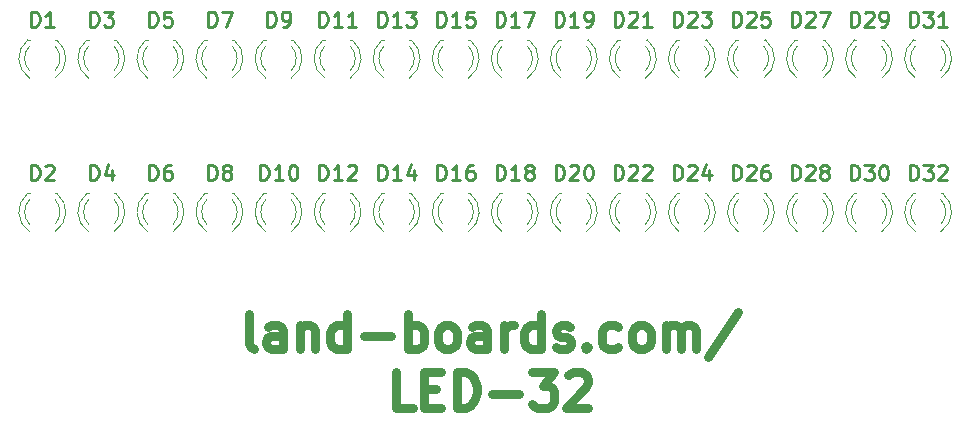
<source format=gto>
G04 #@! TF.FileFunction,Legend,Top*
%FSLAX46Y46*%
G04 Gerber Fmt 4.6, Leading zero omitted, Abs format (unit mm)*
G04 Created by KiCad (PCBNEW (after 2015-mar-04 BZR unknown)-product) date 5/25/2017 2:16:54 PM*
%MOMM*%
G01*
G04 APERTURE LIST*
%ADD10C,0.150000*%
%ADD11C,0.750000*%
%ADD12C,0.120000*%
%ADD13C,0.254000*%
G04 APERTURE END LIST*
D10*
D11*
X84928570Y-64882143D02*
X84642856Y-64739286D01*
X84499999Y-64453571D01*
X84499999Y-61882143D01*
X87357142Y-64882143D02*
X87357142Y-63310714D01*
X87214285Y-63025000D01*
X86928571Y-62882143D01*
X86357142Y-62882143D01*
X86071428Y-63025000D01*
X87357142Y-64739286D02*
X87071428Y-64882143D01*
X86357142Y-64882143D01*
X86071428Y-64739286D01*
X85928571Y-64453571D01*
X85928571Y-64167857D01*
X86071428Y-63882143D01*
X86357142Y-63739286D01*
X87071428Y-63739286D01*
X87357142Y-63596429D01*
X88785714Y-62882143D02*
X88785714Y-64882143D01*
X88785714Y-63167857D02*
X88928571Y-63025000D01*
X89214285Y-62882143D01*
X89642857Y-62882143D01*
X89928571Y-63025000D01*
X90071428Y-63310714D01*
X90071428Y-64882143D01*
X92785714Y-64882143D02*
X92785714Y-61882143D01*
X92785714Y-64739286D02*
X92500000Y-64882143D01*
X91928571Y-64882143D01*
X91642857Y-64739286D01*
X91500000Y-64596429D01*
X91357143Y-64310714D01*
X91357143Y-63453571D01*
X91500000Y-63167857D01*
X91642857Y-63025000D01*
X91928571Y-62882143D01*
X92500000Y-62882143D01*
X92785714Y-63025000D01*
X94214286Y-63739286D02*
X96500000Y-63739286D01*
X97928572Y-64882143D02*
X97928572Y-61882143D01*
X97928572Y-63025000D02*
X98214286Y-62882143D01*
X98785715Y-62882143D01*
X99071429Y-63025000D01*
X99214286Y-63167857D01*
X99357143Y-63453571D01*
X99357143Y-64310714D01*
X99214286Y-64596429D01*
X99071429Y-64739286D01*
X98785715Y-64882143D01*
X98214286Y-64882143D01*
X97928572Y-64739286D01*
X101071429Y-64882143D02*
X100785715Y-64739286D01*
X100642858Y-64596429D01*
X100500001Y-64310714D01*
X100500001Y-63453571D01*
X100642858Y-63167857D01*
X100785715Y-63025000D01*
X101071429Y-62882143D01*
X101500001Y-62882143D01*
X101785715Y-63025000D01*
X101928572Y-63167857D01*
X102071429Y-63453571D01*
X102071429Y-64310714D01*
X101928572Y-64596429D01*
X101785715Y-64739286D01*
X101500001Y-64882143D01*
X101071429Y-64882143D01*
X104642858Y-64882143D02*
X104642858Y-63310714D01*
X104500001Y-63025000D01*
X104214287Y-62882143D01*
X103642858Y-62882143D01*
X103357144Y-63025000D01*
X104642858Y-64739286D02*
X104357144Y-64882143D01*
X103642858Y-64882143D01*
X103357144Y-64739286D01*
X103214287Y-64453571D01*
X103214287Y-64167857D01*
X103357144Y-63882143D01*
X103642858Y-63739286D01*
X104357144Y-63739286D01*
X104642858Y-63596429D01*
X106071430Y-64882143D02*
X106071430Y-62882143D01*
X106071430Y-63453571D02*
X106214287Y-63167857D01*
X106357144Y-63025000D01*
X106642858Y-62882143D01*
X106928573Y-62882143D01*
X109214287Y-64882143D02*
X109214287Y-61882143D01*
X109214287Y-64739286D02*
X108928573Y-64882143D01*
X108357144Y-64882143D01*
X108071430Y-64739286D01*
X107928573Y-64596429D01*
X107785716Y-64310714D01*
X107785716Y-63453571D01*
X107928573Y-63167857D01*
X108071430Y-63025000D01*
X108357144Y-62882143D01*
X108928573Y-62882143D01*
X109214287Y-63025000D01*
X110500002Y-64739286D02*
X110785716Y-64882143D01*
X111357144Y-64882143D01*
X111642859Y-64739286D01*
X111785716Y-64453571D01*
X111785716Y-64310714D01*
X111642859Y-64025000D01*
X111357144Y-63882143D01*
X110928573Y-63882143D01*
X110642859Y-63739286D01*
X110500002Y-63453571D01*
X110500002Y-63310714D01*
X110642859Y-63025000D01*
X110928573Y-62882143D01*
X111357144Y-62882143D01*
X111642859Y-63025000D01*
X113071430Y-64596429D02*
X113214287Y-64739286D01*
X113071430Y-64882143D01*
X112928573Y-64739286D01*
X113071430Y-64596429D01*
X113071430Y-64882143D01*
X115785715Y-64739286D02*
X115500001Y-64882143D01*
X114928572Y-64882143D01*
X114642858Y-64739286D01*
X114500001Y-64596429D01*
X114357144Y-64310714D01*
X114357144Y-63453571D01*
X114500001Y-63167857D01*
X114642858Y-63025000D01*
X114928572Y-62882143D01*
X115500001Y-62882143D01*
X115785715Y-63025000D01*
X117500001Y-64882143D02*
X117214287Y-64739286D01*
X117071430Y-64596429D01*
X116928573Y-64310714D01*
X116928573Y-63453571D01*
X117071430Y-63167857D01*
X117214287Y-63025000D01*
X117500001Y-62882143D01*
X117928573Y-62882143D01*
X118214287Y-63025000D01*
X118357144Y-63167857D01*
X118500001Y-63453571D01*
X118500001Y-64310714D01*
X118357144Y-64596429D01*
X118214287Y-64739286D01*
X117928573Y-64882143D01*
X117500001Y-64882143D01*
X119785716Y-64882143D02*
X119785716Y-62882143D01*
X119785716Y-63167857D02*
X119928573Y-63025000D01*
X120214287Y-62882143D01*
X120642859Y-62882143D01*
X120928573Y-63025000D01*
X121071430Y-63310714D01*
X121071430Y-64882143D01*
X121071430Y-63310714D02*
X121214287Y-63025000D01*
X121500001Y-62882143D01*
X121928573Y-62882143D01*
X122214287Y-63025000D01*
X122357144Y-63310714D01*
X122357144Y-64882143D01*
X125928573Y-61739286D02*
X123357144Y-65596429D01*
X98357143Y-69832143D02*
X96928572Y-69832143D01*
X96928572Y-66832143D01*
X99357143Y-68260714D02*
X100357143Y-68260714D01*
X100785714Y-69832143D02*
X99357143Y-69832143D01*
X99357143Y-66832143D01*
X100785714Y-66832143D01*
X102071429Y-69832143D02*
X102071429Y-66832143D01*
X102785714Y-66832143D01*
X103214286Y-66975000D01*
X103500000Y-67260714D01*
X103642857Y-67546429D01*
X103785714Y-68117857D01*
X103785714Y-68546429D01*
X103642857Y-69117857D01*
X103500000Y-69403571D01*
X103214286Y-69689286D01*
X102785714Y-69832143D01*
X102071429Y-69832143D01*
X105071429Y-68689286D02*
X107357143Y-68689286D01*
X108500000Y-66832143D02*
X110357143Y-66832143D01*
X109357143Y-67975000D01*
X109785715Y-67975000D01*
X110071429Y-68117857D01*
X110214286Y-68260714D01*
X110357143Y-68546429D01*
X110357143Y-69260714D01*
X110214286Y-69546429D01*
X110071429Y-69689286D01*
X109785715Y-69832143D01*
X108928572Y-69832143D01*
X108642858Y-69689286D01*
X108500000Y-69546429D01*
X111500001Y-67117857D02*
X111642858Y-66975000D01*
X111928572Y-66832143D01*
X112642858Y-66832143D01*
X112928572Y-66975000D01*
X113071429Y-67117857D01*
X113214286Y-67403571D01*
X113214286Y-67689286D01*
X113071429Y-68117857D01*
X111357143Y-69832143D01*
X113214286Y-69832143D01*
D12*
X108078608Y-41942335D02*
G75*
G03X108235516Y-38710000I-1078608J1672335D01*
G01*
X105921392Y-41942335D02*
G75*
G02X105764484Y-38710000I1078608J1672335D01*
G01*
X108079837Y-41311130D02*
G75*
G03X108080000Y-39229039I-1079837J1041130D01*
G01*
X105920163Y-41311130D02*
G75*
G02X105920000Y-39229039I1079837J1041130D01*
G01*
X108236000Y-38710000D02*
X108080000Y-38710000D01*
X105920000Y-38710000D02*
X105764000Y-38710000D01*
X108078608Y-54942335D02*
G75*
G03X108235516Y-51710000I-1078608J1672335D01*
G01*
X105921392Y-54942335D02*
G75*
G02X105764484Y-51710000I1078608J1672335D01*
G01*
X108079837Y-54311130D02*
G75*
G03X108080000Y-52229039I-1079837J1041130D01*
G01*
X105920163Y-54311130D02*
G75*
G02X105920000Y-52229039I1079837J1041130D01*
G01*
X108236000Y-51710000D02*
X108080000Y-51710000D01*
X105920000Y-51710000D02*
X105764000Y-51710000D01*
X113078608Y-41942335D02*
G75*
G03X113235516Y-38710000I-1078608J1672335D01*
G01*
X110921392Y-41942335D02*
G75*
G02X110764484Y-38710000I1078608J1672335D01*
G01*
X113079837Y-41311130D02*
G75*
G03X113080000Y-39229039I-1079837J1041130D01*
G01*
X110920163Y-41311130D02*
G75*
G02X110920000Y-39229039I1079837J1041130D01*
G01*
X113236000Y-38710000D02*
X113080000Y-38710000D01*
X110920000Y-38710000D02*
X110764000Y-38710000D01*
X113078608Y-54942335D02*
G75*
G03X113235516Y-51710000I-1078608J1672335D01*
G01*
X110921392Y-54942335D02*
G75*
G02X110764484Y-51710000I1078608J1672335D01*
G01*
X113079837Y-54311130D02*
G75*
G03X113080000Y-52229039I-1079837J1041130D01*
G01*
X110920163Y-54311130D02*
G75*
G02X110920000Y-52229039I1079837J1041130D01*
G01*
X113236000Y-51710000D02*
X113080000Y-51710000D01*
X110920000Y-51710000D02*
X110764000Y-51710000D01*
X118078608Y-41942335D02*
G75*
G03X118235516Y-38710000I-1078608J1672335D01*
G01*
X115921392Y-41942335D02*
G75*
G02X115764484Y-38710000I1078608J1672335D01*
G01*
X118079837Y-41311130D02*
G75*
G03X118080000Y-39229039I-1079837J1041130D01*
G01*
X115920163Y-41311130D02*
G75*
G02X115920000Y-39229039I1079837J1041130D01*
G01*
X118236000Y-38710000D02*
X118080000Y-38710000D01*
X115920000Y-38710000D02*
X115764000Y-38710000D01*
X118078608Y-54942335D02*
G75*
G03X118235516Y-51710000I-1078608J1672335D01*
G01*
X115921392Y-54942335D02*
G75*
G02X115764484Y-51710000I1078608J1672335D01*
G01*
X118079837Y-54311130D02*
G75*
G03X118080000Y-52229039I-1079837J1041130D01*
G01*
X115920163Y-54311130D02*
G75*
G02X115920000Y-52229039I1079837J1041130D01*
G01*
X118236000Y-51710000D02*
X118080000Y-51710000D01*
X115920000Y-51710000D02*
X115764000Y-51710000D01*
X123078608Y-41942335D02*
G75*
G03X123235516Y-38710000I-1078608J1672335D01*
G01*
X120921392Y-41942335D02*
G75*
G02X120764484Y-38710000I1078608J1672335D01*
G01*
X123079837Y-41311130D02*
G75*
G03X123080000Y-39229039I-1079837J1041130D01*
G01*
X120920163Y-41311130D02*
G75*
G02X120920000Y-39229039I1079837J1041130D01*
G01*
X123236000Y-38710000D02*
X123080000Y-38710000D01*
X120920000Y-38710000D02*
X120764000Y-38710000D01*
X123078608Y-54942335D02*
G75*
G03X123235516Y-51710000I-1078608J1672335D01*
G01*
X120921392Y-54942335D02*
G75*
G02X120764484Y-51710000I1078608J1672335D01*
G01*
X123079837Y-54311130D02*
G75*
G03X123080000Y-52229039I-1079837J1041130D01*
G01*
X120920163Y-54311130D02*
G75*
G02X120920000Y-52229039I1079837J1041130D01*
G01*
X123236000Y-51710000D02*
X123080000Y-51710000D01*
X120920000Y-51710000D02*
X120764000Y-51710000D01*
X128078608Y-41942335D02*
G75*
G03X128235516Y-38710000I-1078608J1672335D01*
G01*
X125921392Y-41942335D02*
G75*
G02X125764484Y-38710000I1078608J1672335D01*
G01*
X128079837Y-41311130D02*
G75*
G03X128080000Y-39229039I-1079837J1041130D01*
G01*
X125920163Y-41311130D02*
G75*
G02X125920000Y-39229039I1079837J1041130D01*
G01*
X128236000Y-38710000D02*
X128080000Y-38710000D01*
X125920000Y-38710000D02*
X125764000Y-38710000D01*
X128078608Y-54942335D02*
G75*
G03X128235516Y-51710000I-1078608J1672335D01*
G01*
X125921392Y-54942335D02*
G75*
G02X125764484Y-51710000I1078608J1672335D01*
G01*
X128079837Y-54311130D02*
G75*
G03X128080000Y-52229039I-1079837J1041130D01*
G01*
X125920163Y-54311130D02*
G75*
G02X125920000Y-52229039I1079837J1041130D01*
G01*
X128236000Y-51710000D02*
X128080000Y-51710000D01*
X125920000Y-51710000D02*
X125764000Y-51710000D01*
X133078608Y-41942335D02*
G75*
G03X133235516Y-38710000I-1078608J1672335D01*
G01*
X130921392Y-41942335D02*
G75*
G02X130764484Y-38710000I1078608J1672335D01*
G01*
X133079837Y-41311130D02*
G75*
G03X133080000Y-39229039I-1079837J1041130D01*
G01*
X130920163Y-41311130D02*
G75*
G02X130920000Y-39229039I1079837J1041130D01*
G01*
X133236000Y-38710000D02*
X133080000Y-38710000D01*
X130920000Y-38710000D02*
X130764000Y-38710000D01*
X133078608Y-54942335D02*
G75*
G03X133235516Y-51710000I-1078608J1672335D01*
G01*
X130921392Y-54942335D02*
G75*
G02X130764484Y-51710000I1078608J1672335D01*
G01*
X133079837Y-54311130D02*
G75*
G03X133080000Y-52229039I-1079837J1041130D01*
G01*
X130920163Y-54311130D02*
G75*
G02X130920000Y-52229039I1079837J1041130D01*
G01*
X133236000Y-51710000D02*
X133080000Y-51710000D01*
X130920000Y-51710000D02*
X130764000Y-51710000D01*
X138078608Y-41942335D02*
G75*
G03X138235516Y-38710000I-1078608J1672335D01*
G01*
X135921392Y-41942335D02*
G75*
G02X135764484Y-38710000I1078608J1672335D01*
G01*
X138079837Y-41311130D02*
G75*
G03X138080000Y-39229039I-1079837J1041130D01*
G01*
X135920163Y-41311130D02*
G75*
G02X135920000Y-39229039I1079837J1041130D01*
G01*
X138236000Y-38710000D02*
X138080000Y-38710000D01*
X135920000Y-38710000D02*
X135764000Y-38710000D01*
X138078608Y-54942335D02*
G75*
G03X138235516Y-51710000I-1078608J1672335D01*
G01*
X135921392Y-54942335D02*
G75*
G02X135764484Y-51710000I1078608J1672335D01*
G01*
X138079837Y-54311130D02*
G75*
G03X138080000Y-52229039I-1079837J1041130D01*
G01*
X135920163Y-54311130D02*
G75*
G02X135920000Y-52229039I1079837J1041130D01*
G01*
X138236000Y-51710000D02*
X138080000Y-51710000D01*
X135920000Y-51710000D02*
X135764000Y-51710000D01*
X143078608Y-41942335D02*
G75*
G03X143235516Y-38710000I-1078608J1672335D01*
G01*
X140921392Y-41942335D02*
G75*
G02X140764484Y-38710000I1078608J1672335D01*
G01*
X143079837Y-41311130D02*
G75*
G03X143080000Y-39229039I-1079837J1041130D01*
G01*
X140920163Y-41311130D02*
G75*
G02X140920000Y-39229039I1079837J1041130D01*
G01*
X143236000Y-38710000D02*
X143080000Y-38710000D01*
X140920000Y-38710000D02*
X140764000Y-38710000D01*
X143078608Y-54942335D02*
G75*
G03X143235516Y-51710000I-1078608J1672335D01*
G01*
X140921392Y-54942335D02*
G75*
G02X140764484Y-51710000I1078608J1672335D01*
G01*
X143079837Y-54311130D02*
G75*
G03X143080000Y-52229039I-1079837J1041130D01*
G01*
X140920163Y-54311130D02*
G75*
G02X140920000Y-52229039I1079837J1041130D01*
G01*
X143236000Y-51710000D02*
X143080000Y-51710000D01*
X140920000Y-51710000D02*
X140764000Y-51710000D01*
X68078608Y-41942335D02*
G75*
G03X68235516Y-38710000I-1078608J1672335D01*
G01*
X65921392Y-41942335D02*
G75*
G02X65764484Y-38710000I1078608J1672335D01*
G01*
X68079837Y-41311130D02*
G75*
G03X68080000Y-39229039I-1079837J1041130D01*
G01*
X65920163Y-41311130D02*
G75*
G02X65920000Y-39229039I1079837J1041130D01*
G01*
X68236000Y-38710000D02*
X68080000Y-38710000D01*
X65920000Y-38710000D02*
X65764000Y-38710000D01*
X68078608Y-54942335D02*
G75*
G03X68235516Y-51710000I-1078608J1672335D01*
G01*
X65921392Y-54942335D02*
G75*
G02X65764484Y-51710000I1078608J1672335D01*
G01*
X68079837Y-54311130D02*
G75*
G03X68080000Y-52229039I-1079837J1041130D01*
G01*
X65920163Y-54311130D02*
G75*
G02X65920000Y-52229039I1079837J1041130D01*
G01*
X68236000Y-51710000D02*
X68080000Y-51710000D01*
X65920000Y-51710000D02*
X65764000Y-51710000D01*
X73078608Y-41942335D02*
G75*
G03X73235516Y-38710000I-1078608J1672335D01*
G01*
X70921392Y-41942335D02*
G75*
G02X70764484Y-38710000I1078608J1672335D01*
G01*
X73079837Y-41311130D02*
G75*
G03X73080000Y-39229039I-1079837J1041130D01*
G01*
X70920163Y-41311130D02*
G75*
G02X70920000Y-39229039I1079837J1041130D01*
G01*
X73236000Y-38710000D02*
X73080000Y-38710000D01*
X70920000Y-38710000D02*
X70764000Y-38710000D01*
X73078608Y-54942335D02*
G75*
G03X73235516Y-51710000I-1078608J1672335D01*
G01*
X70921392Y-54942335D02*
G75*
G02X70764484Y-51710000I1078608J1672335D01*
G01*
X73079837Y-54311130D02*
G75*
G03X73080000Y-52229039I-1079837J1041130D01*
G01*
X70920163Y-54311130D02*
G75*
G02X70920000Y-52229039I1079837J1041130D01*
G01*
X73236000Y-51710000D02*
X73080000Y-51710000D01*
X70920000Y-51710000D02*
X70764000Y-51710000D01*
X78078608Y-41942335D02*
G75*
G03X78235516Y-38710000I-1078608J1672335D01*
G01*
X75921392Y-41942335D02*
G75*
G02X75764484Y-38710000I1078608J1672335D01*
G01*
X78079837Y-41311130D02*
G75*
G03X78080000Y-39229039I-1079837J1041130D01*
G01*
X75920163Y-41311130D02*
G75*
G02X75920000Y-39229039I1079837J1041130D01*
G01*
X78236000Y-38710000D02*
X78080000Y-38710000D01*
X75920000Y-38710000D02*
X75764000Y-38710000D01*
X78078608Y-54942335D02*
G75*
G03X78235516Y-51710000I-1078608J1672335D01*
G01*
X75921392Y-54942335D02*
G75*
G02X75764484Y-51710000I1078608J1672335D01*
G01*
X78079837Y-54311130D02*
G75*
G03X78080000Y-52229039I-1079837J1041130D01*
G01*
X75920163Y-54311130D02*
G75*
G02X75920000Y-52229039I1079837J1041130D01*
G01*
X78236000Y-51710000D02*
X78080000Y-51710000D01*
X75920000Y-51710000D02*
X75764000Y-51710000D01*
X83078608Y-41942335D02*
G75*
G03X83235516Y-38710000I-1078608J1672335D01*
G01*
X80921392Y-41942335D02*
G75*
G02X80764484Y-38710000I1078608J1672335D01*
G01*
X83079837Y-41311130D02*
G75*
G03X83080000Y-39229039I-1079837J1041130D01*
G01*
X80920163Y-41311130D02*
G75*
G02X80920000Y-39229039I1079837J1041130D01*
G01*
X83236000Y-38710000D02*
X83080000Y-38710000D01*
X80920000Y-38710000D02*
X80764000Y-38710000D01*
X83078608Y-54942335D02*
G75*
G03X83235516Y-51710000I-1078608J1672335D01*
G01*
X80921392Y-54942335D02*
G75*
G02X80764484Y-51710000I1078608J1672335D01*
G01*
X83079837Y-54311130D02*
G75*
G03X83080000Y-52229039I-1079837J1041130D01*
G01*
X80920163Y-54311130D02*
G75*
G02X80920000Y-52229039I1079837J1041130D01*
G01*
X83236000Y-51710000D02*
X83080000Y-51710000D01*
X80920000Y-51710000D02*
X80764000Y-51710000D01*
X88078608Y-41942335D02*
G75*
G03X88235516Y-38710000I-1078608J1672335D01*
G01*
X85921392Y-41942335D02*
G75*
G02X85764484Y-38710000I1078608J1672335D01*
G01*
X88079837Y-41311130D02*
G75*
G03X88080000Y-39229039I-1079837J1041130D01*
G01*
X85920163Y-41311130D02*
G75*
G02X85920000Y-39229039I1079837J1041130D01*
G01*
X88236000Y-38710000D02*
X88080000Y-38710000D01*
X85920000Y-38710000D02*
X85764000Y-38710000D01*
X88078608Y-54942335D02*
G75*
G03X88235516Y-51710000I-1078608J1672335D01*
G01*
X85921392Y-54942335D02*
G75*
G02X85764484Y-51710000I1078608J1672335D01*
G01*
X88079837Y-54311130D02*
G75*
G03X88080000Y-52229039I-1079837J1041130D01*
G01*
X85920163Y-54311130D02*
G75*
G02X85920000Y-52229039I1079837J1041130D01*
G01*
X88236000Y-51710000D02*
X88080000Y-51710000D01*
X85920000Y-51710000D02*
X85764000Y-51710000D01*
X93078608Y-41942335D02*
G75*
G03X93235516Y-38710000I-1078608J1672335D01*
G01*
X90921392Y-41942335D02*
G75*
G02X90764484Y-38710000I1078608J1672335D01*
G01*
X93079837Y-41311130D02*
G75*
G03X93080000Y-39229039I-1079837J1041130D01*
G01*
X90920163Y-41311130D02*
G75*
G02X90920000Y-39229039I1079837J1041130D01*
G01*
X93236000Y-38710000D02*
X93080000Y-38710000D01*
X90920000Y-38710000D02*
X90764000Y-38710000D01*
X93078608Y-54942335D02*
G75*
G03X93235516Y-51710000I-1078608J1672335D01*
G01*
X90921392Y-54942335D02*
G75*
G02X90764484Y-51710000I1078608J1672335D01*
G01*
X93079837Y-54311130D02*
G75*
G03X93080000Y-52229039I-1079837J1041130D01*
G01*
X90920163Y-54311130D02*
G75*
G02X90920000Y-52229039I1079837J1041130D01*
G01*
X93236000Y-51710000D02*
X93080000Y-51710000D01*
X90920000Y-51710000D02*
X90764000Y-51710000D01*
X98078608Y-41942335D02*
G75*
G03X98235516Y-38710000I-1078608J1672335D01*
G01*
X95921392Y-41942335D02*
G75*
G02X95764484Y-38710000I1078608J1672335D01*
G01*
X98079837Y-41311130D02*
G75*
G03X98080000Y-39229039I-1079837J1041130D01*
G01*
X95920163Y-41311130D02*
G75*
G02X95920000Y-39229039I1079837J1041130D01*
G01*
X98236000Y-38710000D02*
X98080000Y-38710000D01*
X95920000Y-38710000D02*
X95764000Y-38710000D01*
X98078608Y-54942335D02*
G75*
G03X98235516Y-51710000I-1078608J1672335D01*
G01*
X95921392Y-54942335D02*
G75*
G02X95764484Y-51710000I1078608J1672335D01*
G01*
X98079837Y-54311130D02*
G75*
G03X98080000Y-52229039I-1079837J1041130D01*
G01*
X95920163Y-54311130D02*
G75*
G02X95920000Y-52229039I1079837J1041130D01*
G01*
X98236000Y-51710000D02*
X98080000Y-51710000D01*
X95920000Y-51710000D02*
X95764000Y-51710000D01*
X103078608Y-41942335D02*
G75*
G03X103235516Y-38710000I-1078608J1672335D01*
G01*
X100921392Y-41942335D02*
G75*
G02X100764484Y-38710000I1078608J1672335D01*
G01*
X103079837Y-41311130D02*
G75*
G03X103080000Y-39229039I-1079837J1041130D01*
G01*
X100920163Y-41311130D02*
G75*
G02X100920000Y-39229039I1079837J1041130D01*
G01*
X103236000Y-38710000D02*
X103080000Y-38710000D01*
X100920000Y-38710000D02*
X100764000Y-38710000D01*
X103078608Y-54942335D02*
G75*
G03X103235516Y-51710000I-1078608J1672335D01*
G01*
X100921392Y-54942335D02*
G75*
G02X100764484Y-51710000I1078608J1672335D01*
G01*
X103079837Y-54311130D02*
G75*
G03X103080000Y-52229039I-1079837J1041130D01*
G01*
X100920163Y-54311130D02*
G75*
G02X100920000Y-52229039I1079837J1041130D01*
G01*
X103236000Y-51710000D02*
X103080000Y-51710000D01*
X100920000Y-51710000D02*
X100764000Y-51710000D01*
D13*
X105457857Y-37574524D02*
X105457857Y-36304524D01*
X105760238Y-36304524D01*
X105941666Y-36365000D01*
X106062619Y-36485952D01*
X106123095Y-36606905D01*
X106183571Y-36848810D01*
X106183571Y-37030238D01*
X106123095Y-37272143D01*
X106062619Y-37393095D01*
X105941666Y-37514048D01*
X105760238Y-37574524D01*
X105457857Y-37574524D01*
X107393095Y-37574524D02*
X106667381Y-37574524D01*
X107030238Y-37574524D02*
X107030238Y-36304524D01*
X106909286Y-36485952D01*
X106788333Y-36606905D01*
X106667381Y-36667381D01*
X107816429Y-36304524D02*
X108663095Y-36304524D01*
X108118810Y-37574524D01*
X105457857Y-50574524D02*
X105457857Y-49304524D01*
X105760238Y-49304524D01*
X105941666Y-49365000D01*
X106062619Y-49485952D01*
X106123095Y-49606905D01*
X106183571Y-49848810D01*
X106183571Y-50030238D01*
X106123095Y-50272143D01*
X106062619Y-50393095D01*
X105941666Y-50514048D01*
X105760238Y-50574524D01*
X105457857Y-50574524D01*
X107393095Y-50574524D02*
X106667381Y-50574524D01*
X107030238Y-50574524D02*
X107030238Y-49304524D01*
X106909286Y-49485952D01*
X106788333Y-49606905D01*
X106667381Y-49667381D01*
X108118810Y-49848810D02*
X107997857Y-49788333D01*
X107937381Y-49727857D01*
X107876905Y-49606905D01*
X107876905Y-49546429D01*
X107937381Y-49425476D01*
X107997857Y-49365000D01*
X108118810Y-49304524D01*
X108360714Y-49304524D01*
X108481667Y-49365000D01*
X108542143Y-49425476D01*
X108602619Y-49546429D01*
X108602619Y-49606905D01*
X108542143Y-49727857D01*
X108481667Y-49788333D01*
X108360714Y-49848810D01*
X108118810Y-49848810D01*
X107997857Y-49909286D01*
X107937381Y-49969762D01*
X107876905Y-50090714D01*
X107876905Y-50332619D01*
X107937381Y-50453571D01*
X107997857Y-50514048D01*
X108118810Y-50574524D01*
X108360714Y-50574524D01*
X108481667Y-50514048D01*
X108542143Y-50453571D01*
X108602619Y-50332619D01*
X108602619Y-50090714D01*
X108542143Y-49969762D01*
X108481667Y-49909286D01*
X108360714Y-49848810D01*
X110457857Y-37574524D02*
X110457857Y-36304524D01*
X110760238Y-36304524D01*
X110941666Y-36365000D01*
X111062619Y-36485952D01*
X111123095Y-36606905D01*
X111183571Y-36848810D01*
X111183571Y-37030238D01*
X111123095Y-37272143D01*
X111062619Y-37393095D01*
X110941666Y-37514048D01*
X110760238Y-37574524D01*
X110457857Y-37574524D01*
X112393095Y-37574524D02*
X111667381Y-37574524D01*
X112030238Y-37574524D02*
X112030238Y-36304524D01*
X111909286Y-36485952D01*
X111788333Y-36606905D01*
X111667381Y-36667381D01*
X112997857Y-37574524D02*
X113239762Y-37574524D01*
X113360714Y-37514048D01*
X113421190Y-37453571D01*
X113542143Y-37272143D01*
X113602619Y-37030238D01*
X113602619Y-36546429D01*
X113542143Y-36425476D01*
X113481667Y-36365000D01*
X113360714Y-36304524D01*
X113118810Y-36304524D01*
X112997857Y-36365000D01*
X112937381Y-36425476D01*
X112876905Y-36546429D01*
X112876905Y-36848810D01*
X112937381Y-36969762D01*
X112997857Y-37030238D01*
X113118810Y-37090714D01*
X113360714Y-37090714D01*
X113481667Y-37030238D01*
X113542143Y-36969762D01*
X113602619Y-36848810D01*
X110457857Y-50574524D02*
X110457857Y-49304524D01*
X110760238Y-49304524D01*
X110941666Y-49365000D01*
X111062619Y-49485952D01*
X111123095Y-49606905D01*
X111183571Y-49848810D01*
X111183571Y-50030238D01*
X111123095Y-50272143D01*
X111062619Y-50393095D01*
X110941666Y-50514048D01*
X110760238Y-50574524D01*
X110457857Y-50574524D01*
X111667381Y-49425476D02*
X111727857Y-49365000D01*
X111848809Y-49304524D01*
X112151190Y-49304524D01*
X112272143Y-49365000D01*
X112332619Y-49425476D01*
X112393095Y-49546429D01*
X112393095Y-49667381D01*
X112332619Y-49848810D01*
X111606905Y-50574524D01*
X112393095Y-50574524D01*
X113179286Y-49304524D02*
X113300238Y-49304524D01*
X113421190Y-49365000D01*
X113481667Y-49425476D01*
X113542143Y-49546429D01*
X113602619Y-49788333D01*
X113602619Y-50090714D01*
X113542143Y-50332619D01*
X113481667Y-50453571D01*
X113421190Y-50514048D01*
X113300238Y-50574524D01*
X113179286Y-50574524D01*
X113058333Y-50514048D01*
X112997857Y-50453571D01*
X112937381Y-50332619D01*
X112876905Y-50090714D01*
X112876905Y-49788333D01*
X112937381Y-49546429D01*
X112997857Y-49425476D01*
X113058333Y-49365000D01*
X113179286Y-49304524D01*
X115457857Y-37574524D02*
X115457857Y-36304524D01*
X115760238Y-36304524D01*
X115941666Y-36365000D01*
X116062619Y-36485952D01*
X116123095Y-36606905D01*
X116183571Y-36848810D01*
X116183571Y-37030238D01*
X116123095Y-37272143D01*
X116062619Y-37393095D01*
X115941666Y-37514048D01*
X115760238Y-37574524D01*
X115457857Y-37574524D01*
X116667381Y-36425476D02*
X116727857Y-36365000D01*
X116848809Y-36304524D01*
X117151190Y-36304524D01*
X117272143Y-36365000D01*
X117332619Y-36425476D01*
X117393095Y-36546429D01*
X117393095Y-36667381D01*
X117332619Y-36848810D01*
X116606905Y-37574524D01*
X117393095Y-37574524D01*
X118602619Y-37574524D02*
X117876905Y-37574524D01*
X118239762Y-37574524D02*
X118239762Y-36304524D01*
X118118810Y-36485952D01*
X117997857Y-36606905D01*
X117876905Y-36667381D01*
X115457857Y-50574524D02*
X115457857Y-49304524D01*
X115760238Y-49304524D01*
X115941666Y-49365000D01*
X116062619Y-49485952D01*
X116123095Y-49606905D01*
X116183571Y-49848810D01*
X116183571Y-50030238D01*
X116123095Y-50272143D01*
X116062619Y-50393095D01*
X115941666Y-50514048D01*
X115760238Y-50574524D01*
X115457857Y-50574524D01*
X116667381Y-49425476D02*
X116727857Y-49365000D01*
X116848809Y-49304524D01*
X117151190Y-49304524D01*
X117272143Y-49365000D01*
X117332619Y-49425476D01*
X117393095Y-49546429D01*
X117393095Y-49667381D01*
X117332619Y-49848810D01*
X116606905Y-50574524D01*
X117393095Y-50574524D01*
X117876905Y-49425476D02*
X117937381Y-49365000D01*
X118058333Y-49304524D01*
X118360714Y-49304524D01*
X118481667Y-49365000D01*
X118542143Y-49425476D01*
X118602619Y-49546429D01*
X118602619Y-49667381D01*
X118542143Y-49848810D01*
X117816429Y-50574524D01*
X118602619Y-50574524D01*
X120457857Y-37574524D02*
X120457857Y-36304524D01*
X120760238Y-36304524D01*
X120941666Y-36365000D01*
X121062619Y-36485952D01*
X121123095Y-36606905D01*
X121183571Y-36848810D01*
X121183571Y-37030238D01*
X121123095Y-37272143D01*
X121062619Y-37393095D01*
X120941666Y-37514048D01*
X120760238Y-37574524D01*
X120457857Y-37574524D01*
X121667381Y-36425476D02*
X121727857Y-36365000D01*
X121848809Y-36304524D01*
X122151190Y-36304524D01*
X122272143Y-36365000D01*
X122332619Y-36425476D01*
X122393095Y-36546429D01*
X122393095Y-36667381D01*
X122332619Y-36848810D01*
X121606905Y-37574524D01*
X122393095Y-37574524D01*
X122816429Y-36304524D02*
X123602619Y-36304524D01*
X123179286Y-36788333D01*
X123360714Y-36788333D01*
X123481667Y-36848810D01*
X123542143Y-36909286D01*
X123602619Y-37030238D01*
X123602619Y-37332619D01*
X123542143Y-37453571D01*
X123481667Y-37514048D01*
X123360714Y-37574524D01*
X122997857Y-37574524D01*
X122876905Y-37514048D01*
X122816429Y-37453571D01*
X120457857Y-50574524D02*
X120457857Y-49304524D01*
X120760238Y-49304524D01*
X120941666Y-49365000D01*
X121062619Y-49485952D01*
X121123095Y-49606905D01*
X121183571Y-49848810D01*
X121183571Y-50030238D01*
X121123095Y-50272143D01*
X121062619Y-50393095D01*
X120941666Y-50514048D01*
X120760238Y-50574524D01*
X120457857Y-50574524D01*
X121667381Y-49425476D02*
X121727857Y-49365000D01*
X121848809Y-49304524D01*
X122151190Y-49304524D01*
X122272143Y-49365000D01*
X122332619Y-49425476D01*
X122393095Y-49546429D01*
X122393095Y-49667381D01*
X122332619Y-49848810D01*
X121606905Y-50574524D01*
X122393095Y-50574524D01*
X123481667Y-49727857D02*
X123481667Y-50574524D01*
X123179286Y-49244048D02*
X122876905Y-50151190D01*
X123663095Y-50151190D01*
X125457857Y-37574524D02*
X125457857Y-36304524D01*
X125760238Y-36304524D01*
X125941666Y-36365000D01*
X126062619Y-36485952D01*
X126123095Y-36606905D01*
X126183571Y-36848810D01*
X126183571Y-37030238D01*
X126123095Y-37272143D01*
X126062619Y-37393095D01*
X125941666Y-37514048D01*
X125760238Y-37574524D01*
X125457857Y-37574524D01*
X126667381Y-36425476D02*
X126727857Y-36365000D01*
X126848809Y-36304524D01*
X127151190Y-36304524D01*
X127272143Y-36365000D01*
X127332619Y-36425476D01*
X127393095Y-36546429D01*
X127393095Y-36667381D01*
X127332619Y-36848810D01*
X126606905Y-37574524D01*
X127393095Y-37574524D01*
X128542143Y-36304524D02*
X127937381Y-36304524D01*
X127876905Y-36909286D01*
X127937381Y-36848810D01*
X128058333Y-36788333D01*
X128360714Y-36788333D01*
X128481667Y-36848810D01*
X128542143Y-36909286D01*
X128602619Y-37030238D01*
X128602619Y-37332619D01*
X128542143Y-37453571D01*
X128481667Y-37514048D01*
X128360714Y-37574524D01*
X128058333Y-37574524D01*
X127937381Y-37514048D01*
X127876905Y-37453571D01*
X125457857Y-50574524D02*
X125457857Y-49304524D01*
X125760238Y-49304524D01*
X125941666Y-49365000D01*
X126062619Y-49485952D01*
X126123095Y-49606905D01*
X126183571Y-49848810D01*
X126183571Y-50030238D01*
X126123095Y-50272143D01*
X126062619Y-50393095D01*
X125941666Y-50514048D01*
X125760238Y-50574524D01*
X125457857Y-50574524D01*
X126667381Y-49425476D02*
X126727857Y-49365000D01*
X126848809Y-49304524D01*
X127151190Y-49304524D01*
X127272143Y-49365000D01*
X127332619Y-49425476D01*
X127393095Y-49546429D01*
X127393095Y-49667381D01*
X127332619Y-49848810D01*
X126606905Y-50574524D01*
X127393095Y-50574524D01*
X128481667Y-49304524D02*
X128239762Y-49304524D01*
X128118810Y-49365000D01*
X128058333Y-49425476D01*
X127937381Y-49606905D01*
X127876905Y-49848810D01*
X127876905Y-50332619D01*
X127937381Y-50453571D01*
X127997857Y-50514048D01*
X128118810Y-50574524D01*
X128360714Y-50574524D01*
X128481667Y-50514048D01*
X128542143Y-50453571D01*
X128602619Y-50332619D01*
X128602619Y-50030238D01*
X128542143Y-49909286D01*
X128481667Y-49848810D01*
X128360714Y-49788333D01*
X128118810Y-49788333D01*
X127997857Y-49848810D01*
X127937381Y-49909286D01*
X127876905Y-50030238D01*
X130457857Y-37574524D02*
X130457857Y-36304524D01*
X130760238Y-36304524D01*
X130941666Y-36365000D01*
X131062619Y-36485952D01*
X131123095Y-36606905D01*
X131183571Y-36848810D01*
X131183571Y-37030238D01*
X131123095Y-37272143D01*
X131062619Y-37393095D01*
X130941666Y-37514048D01*
X130760238Y-37574524D01*
X130457857Y-37574524D01*
X131667381Y-36425476D02*
X131727857Y-36365000D01*
X131848809Y-36304524D01*
X132151190Y-36304524D01*
X132272143Y-36365000D01*
X132332619Y-36425476D01*
X132393095Y-36546429D01*
X132393095Y-36667381D01*
X132332619Y-36848810D01*
X131606905Y-37574524D01*
X132393095Y-37574524D01*
X132816429Y-36304524D02*
X133663095Y-36304524D01*
X133118810Y-37574524D01*
X130457857Y-50574524D02*
X130457857Y-49304524D01*
X130760238Y-49304524D01*
X130941666Y-49365000D01*
X131062619Y-49485952D01*
X131123095Y-49606905D01*
X131183571Y-49848810D01*
X131183571Y-50030238D01*
X131123095Y-50272143D01*
X131062619Y-50393095D01*
X130941666Y-50514048D01*
X130760238Y-50574524D01*
X130457857Y-50574524D01*
X131667381Y-49425476D02*
X131727857Y-49365000D01*
X131848809Y-49304524D01*
X132151190Y-49304524D01*
X132272143Y-49365000D01*
X132332619Y-49425476D01*
X132393095Y-49546429D01*
X132393095Y-49667381D01*
X132332619Y-49848810D01*
X131606905Y-50574524D01*
X132393095Y-50574524D01*
X133118810Y-49848810D02*
X132997857Y-49788333D01*
X132937381Y-49727857D01*
X132876905Y-49606905D01*
X132876905Y-49546429D01*
X132937381Y-49425476D01*
X132997857Y-49365000D01*
X133118810Y-49304524D01*
X133360714Y-49304524D01*
X133481667Y-49365000D01*
X133542143Y-49425476D01*
X133602619Y-49546429D01*
X133602619Y-49606905D01*
X133542143Y-49727857D01*
X133481667Y-49788333D01*
X133360714Y-49848810D01*
X133118810Y-49848810D01*
X132997857Y-49909286D01*
X132937381Y-49969762D01*
X132876905Y-50090714D01*
X132876905Y-50332619D01*
X132937381Y-50453571D01*
X132997857Y-50514048D01*
X133118810Y-50574524D01*
X133360714Y-50574524D01*
X133481667Y-50514048D01*
X133542143Y-50453571D01*
X133602619Y-50332619D01*
X133602619Y-50090714D01*
X133542143Y-49969762D01*
X133481667Y-49909286D01*
X133360714Y-49848810D01*
X135457857Y-37574524D02*
X135457857Y-36304524D01*
X135760238Y-36304524D01*
X135941666Y-36365000D01*
X136062619Y-36485952D01*
X136123095Y-36606905D01*
X136183571Y-36848810D01*
X136183571Y-37030238D01*
X136123095Y-37272143D01*
X136062619Y-37393095D01*
X135941666Y-37514048D01*
X135760238Y-37574524D01*
X135457857Y-37574524D01*
X136667381Y-36425476D02*
X136727857Y-36365000D01*
X136848809Y-36304524D01*
X137151190Y-36304524D01*
X137272143Y-36365000D01*
X137332619Y-36425476D01*
X137393095Y-36546429D01*
X137393095Y-36667381D01*
X137332619Y-36848810D01*
X136606905Y-37574524D01*
X137393095Y-37574524D01*
X137997857Y-37574524D02*
X138239762Y-37574524D01*
X138360714Y-37514048D01*
X138421190Y-37453571D01*
X138542143Y-37272143D01*
X138602619Y-37030238D01*
X138602619Y-36546429D01*
X138542143Y-36425476D01*
X138481667Y-36365000D01*
X138360714Y-36304524D01*
X138118810Y-36304524D01*
X137997857Y-36365000D01*
X137937381Y-36425476D01*
X137876905Y-36546429D01*
X137876905Y-36848810D01*
X137937381Y-36969762D01*
X137997857Y-37030238D01*
X138118810Y-37090714D01*
X138360714Y-37090714D01*
X138481667Y-37030238D01*
X138542143Y-36969762D01*
X138602619Y-36848810D01*
X135457857Y-50574524D02*
X135457857Y-49304524D01*
X135760238Y-49304524D01*
X135941666Y-49365000D01*
X136062619Y-49485952D01*
X136123095Y-49606905D01*
X136183571Y-49848810D01*
X136183571Y-50030238D01*
X136123095Y-50272143D01*
X136062619Y-50393095D01*
X135941666Y-50514048D01*
X135760238Y-50574524D01*
X135457857Y-50574524D01*
X136606905Y-49304524D02*
X137393095Y-49304524D01*
X136969762Y-49788333D01*
X137151190Y-49788333D01*
X137272143Y-49848810D01*
X137332619Y-49909286D01*
X137393095Y-50030238D01*
X137393095Y-50332619D01*
X137332619Y-50453571D01*
X137272143Y-50514048D01*
X137151190Y-50574524D01*
X136788333Y-50574524D01*
X136667381Y-50514048D01*
X136606905Y-50453571D01*
X138179286Y-49304524D02*
X138300238Y-49304524D01*
X138421190Y-49365000D01*
X138481667Y-49425476D01*
X138542143Y-49546429D01*
X138602619Y-49788333D01*
X138602619Y-50090714D01*
X138542143Y-50332619D01*
X138481667Y-50453571D01*
X138421190Y-50514048D01*
X138300238Y-50574524D01*
X138179286Y-50574524D01*
X138058333Y-50514048D01*
X137997857Y-50453571D01*
X137937381Y-50332619D01*
X137876905Y-50090714D01*
X137876905Y-49788333D01*
X137937381Y-49546429D01*
X137997857Y-49425476D01*
X138058333Y-49365000D01*
X138179286Y-49304524D01*
X140457857Y-37574524D02*
X140457857Y-36304524D01*
X140760238Y-36304524D01*
X140941666Y-36365000D01*
X141062619Y-36485952D01*
X141123095Y-36606905D01*
X141183571Y-36848810D01*
X141183571Y-37030238D01*
X141123095Y-37272143D01*
X141062619Y-37393095D01*
X140941666Y-37514048D01*
X140760238Y-37574524D01*
X140457857Y-37574524D01*
X141606905Y-36304524D02*
X142393095Y-36304524D01*
X141969762Y-36788333D01*
X142151190Y-36788333D01*
X142272143Y-36848810D01*
X142332619Y-36909286D01*
X142393095Y-37030238D01*
X142393095Y-37332619D01*
X142332619Y-37453571D01*
X142272143Y-37514048D01*
X142151190Y-37574524D01*
X141788333Y-37574524D01*
X141667381Y-37514048D01*
X141606905Y-37453571D01*
X143602619Y-37574524D02*
X142876905Y-37574524D01*
X143239762Y-37574524D02*
X143239762Y-36304524D01*
X143118810Y-36485952D01*
X142997857Y-36606905D01*
X142876905Y-36667381D01*
X140457857Y-50574524D02*
X140457857Y-49304524D01*
X140760238Y-49304524D01*
X140941666Y-49365000D01*
X141062619Y-49485952D01*
X141123095Y-49606905D01*
X141183571Y-49848810D01*
X141183571Y-50030238D01*
X141123095Y-50272143D01*
X141062619Y-50393095D01*
X140941666Y-50514048D01*
X140760238Y-50574524D01*
X140457857Y-50574524D01*
X141606905Y-49304524D02*
X142393095Y-49304524D01*
X141969762Y-49788333D01*
X142151190Y-49788333D01*
X142272143Y-49848810D01*
X142332619Y-49909286D01*
X142393095Y-50030238D01*
X142393095Y-50332619D01*
X142332619Y-50453571D01*
X142272143Y-50514048D01*
X142151190Y-50574524D01*
X141788333Y-50574524D01*
X141667381Y-50514048D01*
X141606905Y-50453571D01*
X142876905Y-49425476D02*
X142937381Y-49365000D01*
X143058333Y-49304524D01*
X143360714Y-49304524D01*
X143481667Y-49365000D01*
X143542143Y-49425476D01*
X143602619Y-49546429D01*
X143602619Y-49667381D01*
X143542143Y-49848810D01*
X142816429Y-50574524D01*
X143602619Y-50574524D01*
X66062619Y-37574524D02*
X66062619Y-36304524D01*
X66365000Y-36304524D01*
X66546428Y-36365000D01*
X66667381Y-36485952D01*
X66727857Y-36606905D01*
X66788333Y-36848810D01*
X66788333Y-37030238D01*
X66727857Y-37272143D01*
X66667381Y-37393095D01*
X66546428Y-37514048D01*
X66365000Y-37574524D01*
X66062619Y-37574524D01*
X67997857Y-37574524D02*
X67272143Y-37574524D01*
X67635000Y-37574524D02*
X67635000Y-36304524D01*
X67514048Y-36485952D01*
X67393095Y-36606905D01*
X67272143Y-36667381D01*
X66062619Y-50574524D02*
X66062619Y-49304524D01*
X66365000Y-49304524D01*
X66546428Y-49365000D01*
X66667381Y-49485952D01*
X66727857Y-49606905D01*
X66788333Y-49848810D01*
X66788333Y-50030238D01*
X66727857Y-50272143D01*
X66667381Y-50393095D01*
X66546428Y-50514048D01*
X66365000Y-50574524D01*
X66062619Y-50574524D01*
X67272143Y-49425476D02*
X67332619Y-49365000D01*
X67453571Y-49304524D01*
X67755952Y-49304524D01*
X67876905Y-49365000D01*
X67937381Y-49425476D01*
X67997857Y-49546429D01*
X67997857Y-49667381D01*
X67937381Y-49848810D01*
X67211667Y-50574524D01*
X67997857Y-50574524D01*
X71062619Y-37574524D02*
X71062619Y-36304524D01*
X71365000Y-36304524D01*
X71546428Y-36365000D01*
X71667381Y-36485952D01*
X71727857Y-36606905D01*
X71788333Y-36848810D01*
X71788333Y-37030238D01*
X71727857Y-37272143D01*
X71667381Y-37393095D01*
X71546428Y-37514048D01*
X71365000Y-37574524D01*
X71062619Y-37574524D01*
X72211667Y-36304524D02*
X72997857Y-36304524D01*
X72574524Y-36788333D01*
X72755952Y-36788333D01*
X72876905Y-36848810D01*
X72937381Y-36909286D01*
X72997857Y-37030238D01*
X72997857Y-37332619D01*
X72937381Y-37453571D01*
X72876905Y-37514048D01*
X72755952Y-37574524D01*
X72393095Y-37574524D01*
X72272143Y-37514048D01*
X72211667Y-37453571D01*
X71062619Y-50574524D02*
X71062619Y-49304524D01*
X71365000Y-49304524D01*
X71546428Y-49365000D01*
X71667381Y-49485952D01*
X71727857Y-49606905D01*
X71788333Y-49848810D01*
X71788333Y-50030238D01*
X71727857Y-50272143D01*
X71667381Y-50393095D01*
X71546428Y-50514048D01*
X71365000Y-50574524D01*
X71062619Y-50574524D01*
X72876905Y-49727857D02*
X72876905Y-50574524D01*
X72574524Y-49244048D02*
X72272143Y-50151190D01*
X73058333Y-50151190D01*
X76062619Y-37574524D02*
X76062619Y-36304524D01*
X76365000Y-36304524D01*
X76546428Y-36365000D01*
X76667381Y-36485952D01*
X76727857Y-36606905D01*
X76788333Y-36848810D01*
X76788333Y-37030238D01*
X76727857Y-37272143D01*
X76667381Y-37393095D01*
X76546428Y-37514048D01*
X76365000Y-37574524D01*
X76062619Y-37574524D01*
X77937381Y-36304524D02*
X77332619Y-36304524D01*
X77272143Y-36909286D01*
X77332619Y-36848810D01*
X77453571Y-36788333D01*
X77755952Y-36788333D01*
X77876905Y-36848810D01*
X77937381Y-36909286D01*
X77997857Y-37030238D01*
X77997857Y-37332619D01*
X77937381Y-37453571D01*
X77876905Y-37514048D01*
X77755952Y-37574524D01*
X77453571Y-37574524D01*
X77332619Y-37514048D01*
X77272143Y-37453571D01*
X76062619Y-50574524D02*
X76062619Y-49304524D01*
X76365000Y-49304524D01*
X76546428Y-49365000D01*
X76667381Y-49485952D01*
X76727857Y-49606905D01*
X76788333Y-49848810D01*
X76788333Y-50030238D01*
X76727857Y-50272143D01*
X76667381Y-50393095D01*
X76546428Y-50514048D01*
X76365000Y-50574524D01*
X76062619Y-50574524D01*
X77876905Y-49304524D02*
X77635000Y-49304524D01*
X77514048Y-49365000D01*
X77453571Y-49425476D01*
X77332619Y-49606905D01*
X77272143Y-49848810D01*
X77272143Y-50332619D01*
X77332619Y-50453571D01*
X77393095Y-50514048D01*
X77514048Y-50574524D01*
X77755952Y-50574524D01*
X77876905Y-50514048D01*
X77937381Y-50453571D01*
X77997857Y-50332619D01*
X77997857Y-50030238D01*
X77937381Y-49909286D01*
X77876905Y-49848810D01*
X77755952Y-49788333D01*
X77514048Y-49788333D01*
X77393095Y-49848810D01*
X77332619Y-49909286D01*
X77272143Y-50030238D01*
X81062619Y-37574524D02*
X81062619Y-36304524D01*
X81365000Y-36304524D01*
X81546428Y-36365000D01*
X81667381Y-36485952D01*
X81727857Y-36606905D01*
X81788333Y-36848810D01*
X81788333Y-37030238D01*
X81727857Y-37272143D01*
X81667381Y-37393095D01*
X81546428Y-37514048D01*
X81365000Y-37574524D01*
X81062619Y-37574524D01*
X82211667Y-36304524D02*
X83058333Y-36304524D01*
X82514048Y-37574524D01*
X81062619Y-50574524D02*
X81062619Y-49304524D01*
X81365000Y-49304524D01*
X81546428Y-49365000D01*
X81667381Y-49485952D01*
X81727857Y-49606905D01*
X81788333Y-49848810D01*
X81788333Y-50030238D01*
X81727857Y-50272143D01*
X81667381Y-50393095D01*
X81546428Y-50514048D01*
X81365000Y-50574524D01*
X81062619Y-50574524D01*
X82514048Y-49848810D02*
X82393095Y-49788333D01*
X82332619Y-49727857D01*
X82272143Y-49606905D01*
X82272143Y-49546429D01*
X82332619Y-49425476D01*
X82393095Y-49365000D01*
X82514048Y-49304524D01*
X82755952Y-49304524D01*
X82876905Y-49365000D01*
X82937381Y-49425476D01*
X82997857Y-49546429D01*
X82997857Y-49606905D01*
X82937381Y-49727857D01*
X82876905Y-49788333D01*
X82755952Y-49848810D01*
X82514048Y-49848810D01*
X82393095Y-49909286D01*
X82332619Y-49969762D01*
X82272143Y-50090714D01*
X82272143Y-50332619D01*
X82332619Y-50453571D01*
X82393095Y-50514048D01*
X82514048Y-50574524D01*
X82755952Y-50574524D01*
X82876905Y-50514048D01*
X82937381Y-50453571D01*
X82997857Y-50332619D01*
X82997857Y-50090714D01*
X82937381Y-49969762D01*
X82876905Y-49909286D01*
X82755952Y-49848810D01*
X86062619Y-37574524D02*
X86062619Y-36304524D01*
X86365000Y-36304524D01*
X86546428Y-36365000D01*
X86667381Y-36485952D01*
X86727857Y-36606905D01*
X86788333Y-36848810D01*
X86788333Y-37030238D01*
X86727857Y-37272143D01*
X86667381Y-37393095D01*
X86546428Y-37514048D01*
X86365000Y-37574524D01*
X86062619Y-37574524D01*
X87393095Y-37574524D02*
X87635000Y-37574524D01*
X87755952Y-37514048D01*
X87816428Y-37453571D01*
X87937381Y-37272143D01*
X87997857Y-37030238D01*
X87997857Y-36546429D01*
X87937381Y-36425476D01*
X87876905Y-36365000D01*
X87755952Y-36304524D01*
X87514048Y-36304524D01*
X87393095Y-36365000D01*
X87332619Y-36425476D01*
X87272143Y-36546429D01*
X87272143Y-36848810D01*
X87332619Y-36969762D01*
X87393095Y-37030238D01*
X87514048Y-37090714D01*
X87755952Y-37090714D01*
X87876905Y-37030238D01*
X87937381Y-36969762D01*
X87997857Y-36848810D01*
X85457857Y-50574524D02*
X85457857Y-49304524D01*
X85760238Y-49304524D01*
X85941666Y-49365000D01*
X86062619Y-49485952D01*
X86123095Y-49606905D01*
X86183571Y-49848810D01*
X86183571Y-50030238D01*
X86123095Y-50272143D01*
X86062619Y-50393095D01*
X85941666Y-50514048D01*
X85760238Y-50574524D01*
X85457857Y-50574524D01*
X87393095Y-50574524D02*
X86667381Y-50574524D01*
X87030238Y-50574524D02*
X87030238Y-49304524D01*
X86909286Y-49485952D01*
X86788333Y-49606905D01*
X86667381Y-49667381D01*
X88179286Y-49304524D02*
X88300238Y-49304524D01*
X88421190Y-49365000D01*
X88481667Y-49425476D01*
X88542143Y-49546429D01*
X88602619Y-49788333D01*
X88602619Y-50090714D01*
X88542143Y-50332619D01*
X88481667Y-50453571D01*
X88421190Y-50514048D01*
X88300238Y-50574524D01*
X88179286Y-50574524D01*
X88058333Y-50514048D01*
X87997857Y-50453571D01*
X87937381Y-50332619D01*
X87876905Y-50090714D01*
X87876905Y-49788333D01*
X87937381Y-49546429D01*
X87997857Y-49425476D01*
X88058333Y-49365000D01*
X88179286Y-49304524D01*
X90457857Y-37574524D02*
X90457857Y-36304524D01*
X90760238Y-36304524D01*
X90941666Y-36365000D01*
X91062619Y-36485952D01*
X91123095Y-36606905D01*
X91183571Y-36848810D01*
X91183571Y-37030238D01*
X91123095Y-37272143D01*
X91062619Y-37393095D01*
X90941666Y-37514048D01*
X90760238Y-37574524D01*
X90457857Y-37574524D01*
X92393095Y-37574524D02*
X91667381Y-37574524D01*
X92030238Y-37574524D02*
X92030238Y-36304524D01*
X91909286Y-36485952D01*
X91788333Y-36606905D01*
X91667381Y-36667381D01*
X93602619Y-37574524D02*
X92876905Y-37574524D01*
X93239762Y-37574524D02*
X93239762Y-36304524D01*
X93118810Y-36485952D01*
X92997857Y-36606905D01*
X92876905Y-36667381D01*
X90457857Y-50574524D02*
X90457857Y-49304524D01*
X90760238Y-49304524D01*
X90941666Y-49365000D01*
X91062619Y-49485952D01*
X91123095Y-49606905D01*
X91183571Y-49848810D01*
X91183571Y-50030238D01*
X91123095Y-50272143D01*
X91062619Y-50393095D01*
X90941666Y-50514048D01*
X90760238Y-50574524D01*
X90457857Y-50574524D01*
X92393095Y-50574524D02*
X91667381Y-50574524D01*
X92030238Y-50574524D02*
X92030238Y-49304524D01*
X91909286Y-49485952D01*
X91788333Y-49606905D01*
X91667381Y-49667381D01*
X92876905Y-49425476D02*
X92937381Y-49365000D01*
X93058333Y-49304524D01*
X93360714Y-49304524D01*
X93481667Y-49365000D01*
X93542143Y-49425476D01*
X93602619Y-49546429D01*
X93602619Y-49667381D01*
X93542143Y-49848810D01*
X92816429Y-50574524D01*
X93602619Y-50574524D01*
X95457857Y-37574524D02*
X95457857Y-36304524D01*
X95760238Y-36304524D01*
X95941666Y-36365000D01*
X96062619Y-36485952D01*
X96123095Y-36606905D01*
X96183571Y-36848810D01*
X96183571Y-37030238D01*
X96123095Y-37272143D01*
X96062619Y-37393095D01*
X95941666Y-37514048D01*
X95760238Y-37574524D01*
X95457857Y-37574524D01*
X97393095Y-37574524D02*
X96667381Y-37574524D01*
X97030238Y-37574524D02*
X97030238Y-36304524D01*
X96909286Y-36485952D01*
X96788333Y-36606905D01*
X96667381Y-36667381D01*
X97816429Y-36304524D02*
X98602619Y-36304524D01*
X98179286Y-36788333D01*
X98360714Y-36788333D01*
X98481667Y-36848810D01*
X98542143Y-36909286D01*
X98602619Y-37030238D01*
X98602619Y-37332619D01*
X98542143Y-37453571D01*
X98481667Y-37514048D01*
X98360714Y-37574524D01*
X97997857Y-37574524D01*
X97876905Y-37514048D01*
X97816429Y-37453571D01*
X95457857Y-50574524D02*
X95457857Y-49304524D01*
X95760238Y-49304524D01*
X95941666Y-49365000D01*
X96062619Y-49485952D01*
X96123095Y-49606905D01*
X96183571Y-49848810D01*
X96183571Y-50030238D01*
X96123095Y-50272143D01*
X96062619Y-50393095D01*
X95941666Y-50514048D01*
X95760238Y-50574524D01*
X95457857Y-50574524D01*
X97393095Y-50574524D02*
X96667381Y-50574524D01*
X97030238Y-50574524D02*
X97030238Y-49304524D01*
X96909286Y-49485952D01*
X96788333Y-49606905D01*
X96667381Y-49667381D01*
X98481667Y-49727857D02*
X98481667Y-50574524D01*
X98179286Y-49244048D02*
X97876905Y-50151190D01*
X98663095Y-50151190D01*
X100457857Y-37574524D02*
X100457857Y-36304524D01*
X100760238Y-36304524D01*
X100941666Y-36365000D01*
X101062619Y-36485952D01*
X101123095Y-36606905D01*
X101183571Y-36848810D01*
X101183571Y-37030238D01*
X101123095Y-37272143D01*
X101062619Y-37393095D01*
X100941666Y-37514048D01*
X100760238Y-37574524D01*
X100457857Y-37574524D01*
X102393095Y-37574524D02*
X101667381Y-37574524D01*
X102030238Y-37574524D02*
X102030238Y-36304524D01*
X101909286Y-36485952D01*
X101788333Y-36606905D01*
X101667381Y-36667381D01*
X103542143Y-36304524D02*
X102937381Y-36304524D01*
X102876905Y-36909286D01*
X102937381Y-36848810D01*
X103058333Y-36788333D01*
X103360714Y-36788333D01*
X103481667Y-36848810D01*
X103542143Y-36909286D01*
X103602619Y-37030238D01*
X103602619Y-37332619D01*
X103542143Y-37453571D01*
X103481667Y-37514048D01*
X103360714Y-37574524D01*
X103058333Y-37574524D01*
X102937381Y-37514048D01*
X102876905Y-37453571D01*
X100457857Y-50574524D02*
X100457857Y-49304524D01*
X100760238Y-49304524D01*
X100941666Y-49365000D01*
X101062619Y-49485952D01*
X101123095Y-49606905D01*
X101183571Y-49848810D01*
X101183571Y-50030238D01*
X101123095Y-50272143D01*
X101062619Y-50393095D01*
X100941666Y-50514048D01*
X100760238Y-50574524D01*
X100457857Y-50574524D01*
X102393095Y-50574524D02*
X101667381Y-50574524D01*
X102030238Y-50574524D02*
X102030238Y-49304524D01*
X101909286Y-49485952D01*
X101788333Y-49606905D01*
X101667381Y-49667381D01*
X103481667Y-49304524D02*
X103239762Y-49304524D01*
X103118810Y-49365000D01*
X103058333Y-49425476D01*
X102937381Y-49606905D01*
X102876905Y-49848810D01*
X102876905Y-50332619D01*
X102937381Y-50453571D01*
X102997857Y-50514048D01*
X103118810Y-50574524D01*
X103360714Y-50574524D01*
X103481667Y-50514048D01*
X103542143Y-50453571D01*
X103602619Y-50332619D01*
X103602619Y-50030238D01*
X103542143Y-49909286D01*
X103481667Y-49848810D01*
X103360714Y-49788333D01*
X103118810Y-49788333D01*
X102997857Y-49848810D01*
X102937381Y-49909286D01*
X102876905Y-50030238D01*
M02*

</source>
